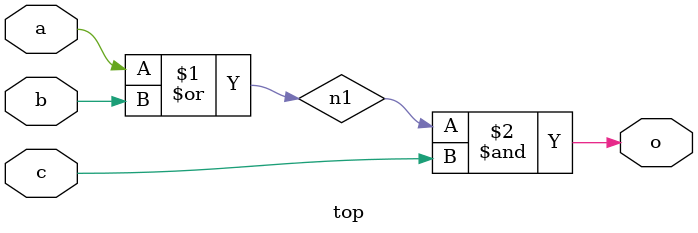
<source format=v>
module top(o, a, b, c);
input a, b, c;
output o;
wire n1;
or g1(n1, a, b);
and g2(o, n1, c);
endmodule
</source>
